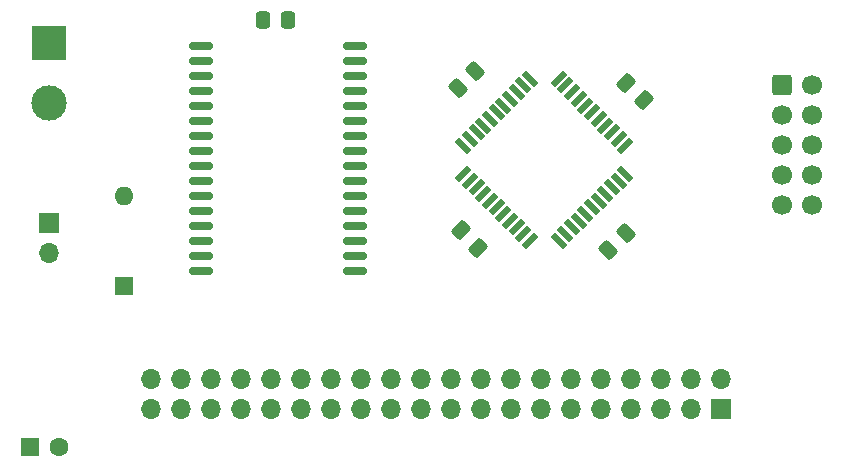
<source format=gbr>
%TF.GenerationSoftware,KiCad,Pcbnew,9.0.0*%
%TF.CreationDate,2025-03-29T21:15:17+01:00*%
%TF.ProjectId,p2000t-ram-expansion-board-128kb-smd-cpld,70323030-3074-42d7-9261-6d2d65787061,4*%
%TF.SameCoordinates,Original*%
%TF.FileFunction,Soldermask,Top*%
%TF.FilePolarity,Negative*%
%FSLAX46Y46*%
G04 Gerber Fmt 4.6, Leading zero omitted, Abs format (unit mm)*
G04 Created by KiCad (PCBNEW 9.0.0) date 2025-03-29 21:15:17*
%MOMM*%
%LPD*%
G01*
G04 APERTURE LIST*
G04 Aperture macros list*
%AMRoundRect*
0 Rectangle with rounded corners*
0 $1 Rounding radius*
0 $2 $3 $4 $5 $6 $7 $8 $9 X,Y pos of 4 corners*
0 Add a 4 corners polygon primitive as box body*
4,1,4,$2,$3,$4,$5,$6,$7,$8,$9,$2,$3,0*
0 Add four circle primitives for the rounded corners*
1,1,$1+$1,$2,$3*
1,1,$1+$1,$4,$5*
1,1,$1+$1,$6,$7*
1,1,$1+$1,$8,$9*
0 Add four rect primitives between the rounded corners*
20,1,$1+$1,$2,$3,$4,$5,0*
20,1,$1+$1,$4,$5,$6,$7,0*
20,1,$1+$1,$6,$7,$8,$9,0*
20,1,$1+$1,$8,$9,$2,$3,0*%
%AMRotRect*
0 Rectangle, with rotation*
0 The origin of the aperture is its center*
0 $1 length*
0 $2 width*
0 $3 Rotation angle, in degrees counterclockwise*
0 Add horizontal line*
21,1,$1,$2,0,0,$3*%
G04 Aperture macros list end*
%ADD10RoundRect,0.250000X0.574524X0.097227X0.097227X0.574524X-0.574524X-0.097227X-0.097227X-0.574524X0*%
%ADD11RoundRect,0.250000X-0.097227X0.574524X-0.574524X0.097227X0.097227X-0.574524X0.574524X-0.097227X0*%
%ADD12R,1.600000X1.600000*%
%ADD13O,1.600000X1.600000*%
%ADD14RoundRect,0.250000X0.337500X0.475000X-0.337500X0.475000X-0.337500X-0.475000X0.337500X-0.475000X0*%
%ADD15RoundRect,0.250000X-0.600000X-0.600000X0.600000X-0.600000X0.600000X0.600000X-0.600000X0.600000X0*%
%ADD16C,1.700000*%
%ADD17R,1.700000X1.700000*%
%ADD18O,1.700000X1.700000*%
%ADD19RoundRect,0.250000X0.097227X-0.574524X0.574524X-0.097227X-0.097227X0.574524X-0.574524X0.097227X0*%
%ADD20RotRect,1.500000X0.550000X135.000000*%
%ADD21RotRect,1.500000X0.550000X45.000000*%
%ADD22RoundRect,0.150000X-0.875000X-0.150000X0.875000X-0.150000X0.875000X0.150000X-0.875000X0.150000X0*%
%ADD23C,1.600000*%
%ADD24R,3.000000X3.000000*%
%ADD25C,3.000000*%
%ADD26RoundRect,0.250000X-0.574524X-0.097227X-0.097227X-0.574524X0.574524X0.097227X0.097227X0.574524X0*%
G04 APERTURE END LIST*
D10*
%TO.C,C7*%
X77020877Y-65381877D03*
X78488123Y-66849123D03*
%TD*%
D11*
%TO.C,C1*%
X90988123Y-65599177D03*
X89520877Y-67066423D03*
%TD*%
D12*
%TO.C,D1*%
X48500000Y-70120000D03*
D13*
X48500000Y-62500000D03*
%TD*%
D14*
%TO.C,C5*%
X62345000Y-47544000D03*
X60270000Y-47544000D03*
%TD*%
D15*
%TO.C,J4*%
X104210000Y-53090000D03*
D16*
X106750000Y-53090000D03*
X104210000Y-55630000D03*
X106750000Y-55630000D03*
X104210000Y-58170000D03*
X106750000Y-58170000D03*
X104210000Y-60710000D03*
X106750000Y-60710000D03*
X104210000Y-63250000D03*
X106750000Y-63250000D03*
%TD*%
D17*
%TO.C,J2*%
X42158000Y-64770000D03*
D18*
X42158000Y-67310000D03*
%TD*%
D19*
%TO.C,C6*%
X76770877Y-53316423D03*
X78238123Y-51849177D03*
%TD*%
D20*
%TO.C,U1*%
X77229164Y-58197018D03*
X77794850Y-57631333D03*
X78360535Y-57065648D03*
X78926220Y-56499962D03*
X79491906Y-55934277D03*
X80057591Y-55368591D03*
X80623277Y-54802906D03*
X81188962Y-54237220D03*
X81754648Y-53671535D03*
X82320333Y-53105850D03*
X82886018Y-52540164D03*
D21*
X85290182Y-52540164D03*
X85855867Y-53105850D03*
X86421552Y-53671535D03*
X86987238Y-54237220D03*
X87552923Y-54802906D03*
X88118609Y-55368591D03*
X88684294Y-55934277D03*
X89249980Y-56499962D03*
X89815665Y-57065648D03*
X90381350Y-57631333D03*
X90947036Y-58197018D03*
D20*
X90947036Y-60601182D03*
X90381350Y-61166867D03*
X89815665Y-61732552D03*
X89249980Y-62298238D03*
X88684294Y-62863923D03*
X88118609Y-63429609D03*
X87552923Y-63995294D03*
X86987238Y-64560980D03*
X86421552Y-65126665D03*
X85855867Y-65692350D03*
X85290182Y-66258036D03*
D21*
X82886018Y-66258036D03*
X82320333Y-65692350D03*
X81754648Y-65126665D03*
X81188962Y-64560980D03*
X80623277Y-63995294D03*
X80057591Y-63429609D03*
X79491906Y-62863923D03*
X78926220Y-62298238D03*
X78360535Y-61732552D03*
X77794850Y-61166867D03*
X77229164Y-60601182D03*
%TD*%
D22*
%TO.C,U2*%
X54990000Y-49790000D03*
X54990000Y-51060000D03*
X54990000Y-52330000D03*
X54990000Y-53600000D03*
X54990000Y-54870000D03*
X54990000Y-56140000D03*
X54990000Y-57410000D03*
X54990000Y-58680000D03*
X54990000Y-59950000D03*
X54990000Y-61220000D03*
X54990000Y-62490000D03*
X54990000Y-63760000D03*
X54990000Y-65030000D03*
X54990000Y-66300000D03*
X54990000Y-67570000D03*
X54990000Y-68840000D03*
X68090000Y-68840000D03*
X68090000Y-67570000D03*
X68090000Y-66300000D03*
X68090000Y-65030000D03*
X68090000Y-63760000D03*
X68090000Y-62490000D03*
X68090000Y-61220000D03*
X68090000Y-59950000D03*
X68090000Y-58680000D03*
X68090000Y-57410000D03*
X68090000Y-56140000D03*
X68090000Y-54870000D03*
X68090000Y-53600000D03*
X68090000Y-52330000D03*
X68090000Y-51060000D03*
X68090000Y-49790000D03*
%TD*%
D12*
%TO.C,C3*%
X40500000Y-83750000D03*
D23*
X43000000Y-83750000D03*
%TD*%
D24*
%TO.C,J3*%
X42158000Y-49530000D03*
D25*
X42158000Y-54610000D03*
%TD*%
D26*
%TO.C,C8*%
X91020877Y-52881877D03*
X92488123Y-54349123D03*
%TD*%
D17*
%TO.C,J1*%
X99055000Y-80518000D03*
D18*
X99055000Y-77978000D03*
X96515000Y-80518000D03*
X96515000Y-77978000D03*
X93975000Y-80518000D03*
X93975000Y-77978000D03*
X91435000Y-80518000D03*
X91435000Y-77978000D03*
X88895000Y-80518000D03*
X88895000Y-77978000D03*
X86355000Y-80518000D03*
X86355000Y-77978000D03*
X83815000Y-80518000D03*
X83815000Y-77978000D03*
X81275000Y-80518000D03*
X81275000Y-77978000D03*
X78735000Y-80518000D03*
X78735000Y-77978000D03*
X76195000Y-80518000D03*
X76195000Y-77978000D03*
X73655000Y-80518000D03*
X73655000Y-77978000D03*
X71115000Y-80518000D03*
X71115000Y-77978000D03*
X68575000Y-80518000D03*
X68575000Y-77978000D03*
X66035000Y-80518000D03*
X66035000Y-77978000D03*
X63495000Y-80518000D03*
X63495000Y-77978000D03*
X60955000Y-80518000D03*
X60955000Y-77978000D03*
X58415000Y-80518000D03*
X58415000Y-77978000D03*
X55875000Y-80518000D03*
X55875000Y-77978000D03*
X53335000Y-80518000D03*
X53335000Y-77978000D03*
X50795000Y-80518000D03*
X50795000Y-77978000D03*
%TD*%
M02*

</source>
